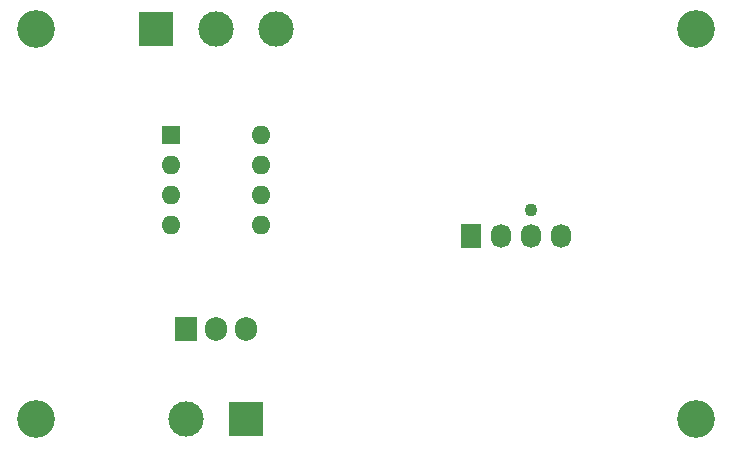
<source format=gbr>
%TF.GenerationSoftware,KiCad,Pcbnew,(6.0.9)*%
%TF.CreationDate,2022-10-31T18:23:02-05:00*%
%TF.ProjectId,rotary-compresion-tool,726f7461-7279-42d6-936f-6d7072657369,rev?*%
%TF.SameCoordinates,Original*%
%TF.FileFunction,Soldermask,Bot*%
%TF.FilePolarity,Negative*%
%FSLAX46Y46*%
G04 Gerber Fmt 4.6, Leading zero omitted, Abs format (unit mm)*
G04 Created by KiCad (PCBNEW (6.0.9)) date 2022-10-31 18:23:02*
%MOMM*%
%LPD*%
G01*
G04 APERTURE LIST*
%ADD10C,3.200000*%
%ADD11R,1.600000X1.600000*%
%ADD12O,1.600000X1.600000*%
%ADD13R,1.905000X2.000000*%
%ADD14O,1.905000X2.000000*%
%ADD15R,3.000000X3.000000*%
%ADD16C,3.000000*%
%ADD17C,1.100000*%
%ADD18R,1.730000X2.030000*%
%ADD19O,1.730000X2.030000*%
G04 APERTURE END LIST*
D10*
%TO.C,REF\u002A\u002A*%
X193040000Y-93980000D03*
%TD*%
%TO.C,REF\u002A\u002A*%
X193040000Y-60960000D03*
%TD*%
%TO.C,REF\u002A\u002A*%
X137160000Y-60960000D03*
%TD*%
%TO.C,REF\u002A\u002A*%
X137160000Y-93980000D03*
%TD*%
D11*
%TO.C,U2*%
X148600000Y-69860000D03*
D12*
X148600000Y-72400000D03*
X148600000Y-74940000D03*
X148600000Y-77480000D03*
X156220000Y-77480000D03*
X156220000Y-74940000D03*
X156220000Y-72400000D03*
X156220000Y-69860000D03*
%TD*%
D13*
%TO.C,U1*%
X149860000Y-86360000D03*
D14*
X152400000Y-86360000D03*
X154940000Y-86360000D03*
%TD*%
D15*
%TO.C,J3*%
X147320000Y-60960000D03*
D16*
X152400000Y-60960000D03*
X157480000Y-60960000D03*
%TD*%
D17*
%TO.C,J2*%
X179080000Y-76280000D03*
D18*
X174000000Y-78440000D03*
D19*
X176540000Y-78440000D03*
X179080000Y-78440000D03*
X181620000Y-78440000D03*
%TD*%
D15*
%TO.C,J1*%
X154940000Y-93980000D03*
D16*
X149860000Y-93980000D03*
%TD*%
M02*

</source>
